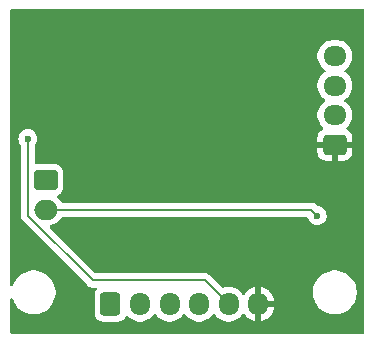
<source format=gbr>
%TF.GenerationSoftware,KiCad,Pcbnew,8.0.8*%
%TF.CreationDate,2025-02-07T05:45:52-05:00*%
%TF.ProjectId,ESP32_BluetoothModule_TerrapinRockets,45535033-325f-4426-9c75-65746f6f7468,rev?*%
%TF.SameCoordinates,Original*%
%TF.FileFunction,Copper,L2,Bot*%
%TF.FilePolarity,Positive*%
%FSLAX46Y46*%
G04 Gerber Fmt 4.6, Leading zero omitted, Abs format (unit mm)*
G04 Created by KiCad (PCBNEW 8.0.8) date 2025-02-07 05:45:52*
%MOMM*%
%LPD*%
G01*
G04 APERTURE LIST*
G04 Aperture macros list*
%AMRoundRect*
0 Rectangle with rounded corners*
0 $1 Rounding radius*
0 $2 $3 $4 $5 $6 $7 $8 $9 X,Y pos of 4 corners*
0 Add a 4 corners polygon primitive as box body*
4,1,4,$2,$3,$4,$5,$6,$7,$8,$9,$2,$3,0*
0 Add four circle primitives for the rounded corners*
1,1,$1+$1,$2,$3*
1,1,$1+$1,$4,$5*
1,1,$1+$1,$6,$7*
1,1,$1+$1,$8,$9*
0 Add four rect primitives between the rounded corners*
20,1,$1+$1,$2,$3,$4,$5,0*
20,1,$1+$1,$4,$5,$6,$7,0*
20,1,$1+$1,$6,$7,$8,$9,0*
20,1,$1+$1,$8,$9,$2,$3,0*%
G04 Aperture macros list end*
%TA.AperFunction,ComponentPad*%
%ADD10RoundRect,0.250000X0.725000X-0.600000X0.725000X0.600000X-0.725000X0.600000X-0.725000X-0.600000X0*%
%TD*%
%TA.AperFunction,ComponentPad*%
%ADD11O,1.950000X1.700000*%
%TD*%
%TA.AperFunction,ComponentPad*%
%ADD12RoundRect,0.250000X-0.750000X0.600000X-0.750000X-0.600000X0.750000X-0.600000X0.750000X0.600000X0*%
%TD*%
%TA.AperFunction,ComponentPad*%
%ADD13O,2.000000X1.700000*%
%TD*%
%TA.AperFunction,HeatsinkPad*%
%ADD14C,0.600000*%
%TD*%
%TA.AperFunction,ComponentPad*%
%ADD15RoundRect,0.250000X-0.600000X-0.725000X0.600000X-0.725000X0.600000X0.725000X-0.600000X0.725000X0*%
%TD*%
%TA.AperFunction,ComponentPad*%
%ADD16O,1.700000X1.950000*%
%TD*%
%TA.AperFunction,ViaPad*%
%ADD17C,0.600000*%
%TD*%
%TA.AperFunction,Conductor*%
%ADD18C,0.200000*%
%TD*%
G04 APERTURE END LIST*
D10*
%TO.P,J2,1,Pin_1*%
%TO.N,GND*%
X132000000Y-117000000D03*
D11*
%TO.P,J2,2,Pin_2*%
%TO.N,/RX*%
X132000000Y-114500000D03*
%TO.P,J2,3,Pin_3*%
%TO.N,/TX*%
X132000000Y-112000000D03*
%TO.P,J2,4,Pin_4*%
%TO.N,+3.3V*%
X132000000Y-109500000D03*
%TD*%
D12*
%TO.P,J1,1,Pin_1*%
%TO.N,/EN*%
X107500000Y-120000000D03*
D13*
%TO.P,J1,2,Pin_2*%
%TO.N,/IO0*%
X107500000Y-122500000D03*
%TD*%
D14*
%TO.P,U2,41,GND*%
%TO.N,GND*%
X116850000Y-113760000D03*
X116850000Y-115160000D03*
X117550000Y-113060000D03*
X117550000Y-114460000D03*
X117550000Y-115860000D03*
X118250000Y-113760000D03*
X118250000Y-115160000D03*
X118950000Y-113060000D03*
X118950000Y-114460000D03*
X118950000Y-115860000D03*
X119650000Y-113760000D03*
X119650000Y-115160000D03*
%TD*%
D15*
%TO.P,J3,1,Pin_1*%
%TO.N,+3.3V*%
X113000000Y-130500000D03*
D16*
%TO.P,J3,2,Pin_2*%
%TO.N,Net-(J3-Pin_2)*%
X115500000Y-130500000D03*
%TO.P,J3,3,Pin_3*%
%TO.N,Net-(J3-Pin_3)*%
X118000000Y-130500000D03*
%TO.P,J3,4,Pin_4*%
%TO.N,Net-(J3-Pin_4)*%
X120500000Y-130500000D03*
%TO.P,J3,5,Pin_5*%
%TO.N,Net-(J3-Pin_5)*%
X123000000Y-130500000D03*
%TO.P,J3,6,Pin_6*%
%TO.N,GND*%
X125500000Y-130500000D03*
%TD*%
D17*
%TO.N,GND*%
X126500000Y-107000000D03*
%TO.N,/IO0*%
X130500000Y-123000000D03*
%TO.N,Net-(J3-Pin_5)*%
X106000000Y-116500000D03*
%TO.N,GND*%
X105000000Y-109500000D03*
X109500000Y-113500000D03*
X113000000Y-107000000D03*
X105000000Y-107500000D03*
%TD*%
D18*
%TO.N,/IO0*%
X130000000Y-122500000D02*
X130500000Y-123000000D01*
X107500000Y-122500000D02*
X130000000Y-122500000D01*
%TO.N,Net-(J3-Pin_5)*%
X106000000Y-123000000D02*
X111500000Y-128500000D01*
X111500000Y-128500000D02*
X121000000Y-128500000D01*
X106000000Y-116500000D02*
X106000000Y-123000000D01*
X121000000Y-128500000D02*
X123000000Y-130500000D01*
%TD*%
%TA.AperFunction,Conductor*%
%TO.N,GND*%
G36*
X134442539Y-105520185D02*
G01*
X134488294Y-105572989D01*
X134499500Y-105624500D01*
X134499500Y-132875500D01*
X134479815Y-132942539D01*
X134427011Y-132988294D01*
X134375500Y-132999500D01*
X104624500Y-132999500D01*
X104557461Y-132979815D01*
X104511706Y-132927011D01*
X104500500Y-132875500D01*
X104500500Y-130129420D01*
X104520185Y-130062381D01*
X104572989Y-130016626D01*
X104642147Y-130006682D01*
X104705703Y-130035707D01*
X104742154Y-130092427D01*
X104742643Y-130092262D01*
X104743308Y-130094222D01*
X104743477Y-130094485D01*
X104743856Y-130095838D01*
X104743945Y-130096098D01*
X104790438Y-130208343D01*
X104836776Y-130320212D01*
X104958064Y-130530289D01*
X104958066Y-130530292D01*
X104958067Y-130530293D01*
X105105733Y-130722736D01*
X105105739Y-130722743D01*
X105277256Y-130894260D01*
X105277263Y-130894266D01*
X105382478Y-130975000D01*
X105469711Y-131041936D01*
X105679788Y-131163224D01*
X105903900Y-131256054D01*
X106138211Y-131318838D01*
X106297292Y-131339781D01*
X106378711Y-131350500D01*
X106378712Y-131350500D01*
X106621289Y-131350500D01*
X106669388Y-131344167D01*
X106861789Y-131318838D01*
X107096100Y-131256054D01*
X107320212Y-131163224D01*
X107530289Y-131041936D01*
X107722738Y-130894265D01*
X107894265Y-130722738D01*
X108041936Y-130530289D01*
X108163224Y-130320212D01*
X108256054Y-130096100D01*
X108318838Y-129861789D01*
X108350500Y-129621288D01*
X108350500Y-129378712D01*
X108318838Y-129138211D01*
X108256054Y-128903900D01*
X108163224Y-128679788D01*
X108041936Y-128469711D01*
X107894265Y-128277262D01*
X107894260Y-128277256D01*
X107722743Y-128105739D01*
X107722736Y-128105733D01*
X107530293Y-127958067D01*
X107530292Y-127958066D01*
X107530289Y-127958064D01*
X107320212Y-127836776D01*
X107320205Y-127836773D01*
X107096104Y-127743947D01*
X106861785Y-127681161D01*
X106621289Y-127649500D01*
X106621288Y-127649500D01*
X106378712Y-127649500D01*
X106378711Y-127649500D01*
X106138214Y-127681161D01*
X105903895Y-127743947D01*
X105679794Y-127836773D01*
X105679785Y-127836777D01*
X105469706Y-127958067D01*
X105277263Y-128105733D01*
X105277256Y-128105739D01*
X105105739Y-128277256D01*
X105105733Y-128277263D01*
X104958067Y-128469706D01*
X104836777Y-128679785D01*
X104836773Y-128679794D01*
X104743945Y-128903901D01*
X104742643Y-128907738D01*
X104741438Y-128907329D01*
X104707905Y-128962337D01*
X104645057Y-128992863D01*
X104575682Y-128984565D01*
X104521806Y-128940077D01*
X104500535Y-128873524D01*
X104500500Y-128870579D01*
X104500500Y-116499996D01*
X105194435Y-116499996D01*
X105194435Y-116500003D01*
X105214630Y-116679249D01*
X105214631Y-116679254D01*
X105274211Y-116849523D01*
X105370185Y-117002263D01*
X105372445Y-117005097D01*
X105373334Y-117007275D01*
X105373889Y-117008158D01*
X105373734Y-117008255D01*
X105398855Y-117069783D01*
X105399500Y-117082412D01*
X105399500Y-122913330D01*
X105399499Y-122913348D01*
X105399499Y-123079054D01*
X105399498Y-123079054D01*
X105440423Y-123231786D01*
X105440424Y-123231787D01*
X105466608Y-123277139D01*
X105519480Y-123368716D01*
X105519482Y-123368718D01*
X105638349Y-123487585D01*
X105638354Y-123487589D01*
X111131284Y-128980520D01*
X111131286Y-128980521D01*
X111131290Y-128980524D01*
X111207460Y-129024500D01*
X111268216Y-129059577D01*
X111420943Y-129100501D01*
X111420945Y-129100501D01*
X111586654Y-129100501D01*
X111586670Y-129100500D01*
X111713923Y-129100500D01*
X111780962Y-129120185D01*
X111826717Y-129172989D01*
X111836661Y-129242147D01*
X111811188Y-129301413D01*
X111807287Y-129306345D01*
X111715187Y-129455663D01*
X111715185Y-129455668D01*
X111710325Y-129470334D01*
X111660001Y-129622203D01*
X111660001Y-129622204D01*
X111660000Y-129622204D01*
X111649500Y-129724983D01*
X111649500Y-131275001D01*
X111649501Y-131275018D01*
X111660000Y-131377796D01*
X111660001Y-131377799D01*
X111705894Y-131516294D01*
X111715186Y-131544334D01*
X111807288Y-131693656D01*
X111931344Y-131817712D01*
X112080666Y-131909814D01*
X112247203Y-131964999D01*
X112349991Y-131975500D01*
X113650008Y-131975499D01*
X113752797Y-131964999D01*
X113919334Y-131909814D01*
X114068656Y-131817712D01*
X114192712Y-131693656D01*
X114284814Y-131544334D01*
X114284814Y-131544331D01*
X114288178Y-131538879D01*
X114340126Y-131492154D01*
X114409088Y-131480931D01*
X114473170Y-131508774D01*
X114481398Y-131516294D01*
X114620213Y-131655109D01*
X114792179Y-131780048D01*
X114792181Y-131780049D01*
X114792184Y-131780051D01*
X114981588Y-131876557D01*
X115183757Y-131942246D01*
X115393713Y-131975500D01*
X115393714Y-131975500D01*
X115606286Y-131975500D01*
X115606287Y-131975500D01*
X115816243Y-131942246D01*
X116018412Y-131876557D01*
X116207816Y-131780051D01*
X116229789Y-131764086D01*
X116379786Y-131655109D01*
X116379788Y-131655106D01*
X116379792Y-131655104D01*
X116530104Y-131504792D01*
X116649683Y-131340204D01*
X116705011Y-131297540D01*
X116774624Y-131291561D01*
X116836420Y-131324166D01*
X116850313Y-131340199D01*
X116952560Y-131480931D01*
X116969896Y-131504792D01*
X117120213Y-131655109D01*
X117292179Y-131780048D01*
X117292181Y-131780049D01*
X117292184Y-131780051D01*
X117481588Y-131876557D01*
X117683757Y-131942246D01*
X117893713Y-131975500D01*
X117893714Y-131975500D01*
X118106286Y-131975500D01*
X118106287Y-131975500D01*
X118316243Y-131942246D01*
X118518412Y-131876557D01*
X118707816Y-131780051D01*
X118729789Y-131764086D01*
X118879786Y-131655109D01*
X118879788Y-131655106D01*
X118879792Y-131655104D01*
X119030104Y-131504792D01*
X119149683Y-131340204D01*
X119205011Y-131297540D01*
X119274624Y-131291561D01*
X119336420Y-131324166D01*
X119350313Y-131340199D01*
X119452560Y-131480931D01*
X119469896Y-131504792D01*
X119620213Y-131655109D01*
X119792179Y-131780048D01*
X119792181Y-131780049D01*
X119792184Y-131780051D01*
X119981588Y-131876557D01*
X120183757Y-131942246D01*
X120393713Y-131975500D01*
X120393714Y-131975500D01*
X120606286Y-131975500D01*
X120606287Y-131975500D01*
X120816243Y-131942246D01*
X121018412Y-131876557D01*
X121207816Y-131780051D01*
X121229789Y-131764086D01*
X121379786Y-131655109D01*
X121379788Y-131655106D01*
X121379792Y-131655104D01*
X121530104Y-131504792D01*
X121649683Y-131340204D01*
X121705011Y-131297540D01*
X121774624Y-131291561D01*
X121836420Y-131324166D01*
X121850313Y-131340199D01*
X121952560Y-131480931D01*
X121969896Y-131504792D01*
X122120213Y-131655109D01*
X122292179Y-131780048D01*
X122292181Y-131780049D01*
X122292184Y-131780051D01*
X122481588Y-131876557D01*
X122683757Y-131942246D01*
X122893713Y-131975500D01*
X122893714Y-131975500D01*
X123106286Y-131975500D01*
X123106287Y-131975500D01*
X123316243Y-131942246D01*
X123518412Y-131876557D01*
X123707816Y-131780051D01*
X123729789Y-131764086D01*
X123879786Y-131655109D01*
X123879788Y-131655106D01*
X123879792Y-131655104D01*
X124030104Y-131504792D01*
X124149991Y-131339779D01*
X124205320Y-131297115D01*
X124274933Y-131291136D01*
X124336729Y-131323741D01*
X124350627Y-131339781D01*
X124470272Y-131504459D01*
X124470276Y-131504464D01*
X124620535Y-131654723D01*
X124620540Y-131654727D01*
X124792442Y-131779620D01*
X124981782Y-131876095D01*
X125183871Y-131941757D01*
X125250000Y-131952231D01*
X125250000Y-130904145D01*
X125316657Y-130942630D01*
X125437465Y-130975000D01*
X125562535Y-130975000D01*
X125683343Y-130942630D01*
X125750000Y-130904145D01*
X125750000Y-131952230D01*
X125816126Y-131941757D01*
X125816129Y-131941757D01*
X126018217Y-131876095D01*
X126207557Y-131779620D01*
X126379459Y-131654727D01*
X126379464Y-131654723D01*
X126529723Y-131504464D01*
X126529727Y-131504459D01*
X126654620Y-131332557D01*
X126751095Y-131143217D01*
X126816757Y-130941130D01*
X126816757Y-130941127D01*
X126847030Y-130750000D01*
X125904146Y-130750000D01*
X125942630Y-130683343D01*
X125975000Y-130562535D01*
X125975000Y-130437465D01*
X125942630Y-130316657D01*
X125904146Y-130250000D01*
X126847030Y-130250000D01*
X126816757Y-130058872D01*
X126816757Y-130058869D01*
X126751095Y-129856782D01*
X126654620Y-129667442D01*
X126529727Y-129495540D01*
X126529723Y-129495535D01*
X126412899Y-129378711D01*
X130149500Y-129378711D01*
X130149500Y-129621288D01*
X130181161Y-129861785D01*
X130243947Y-130096104D01*
X130290438Y-130208343D01*
X130336776Y-130320212D01*
X130458064Y-130530289D01*
X130458066Y-130530292D01*
X130458067Y-130530293D01*
X130605733Y-130722736D01*
X130605739Y-130722743D01*
X130777256Y-130894260D01*
X130777263Y-130894266D01*
X130882478Y-130975000D01*
X130969711Y-131041936D01*
X131179788Y-131163224D01*
X131403900Y-131256054D01*
X131638211Y-131318838D01*
X131797292Y-131339781D01*
X131878711Y-131350500D01*
X131878712Y-131350500D01*
X132121289Y-131350500D01*
X132169388Y-131344167D01*
X132361789Y-131318838D01*
X132596100Y-131256054D01*
X132820212Y-131163224D01*
X133030289Y-131041936D01*
X133222738Y-130894265D01*
X133394265Y-130722738D01*
X133541936Y-130530289D01*
X133663224Y-130320212D01*
X133756054Y-130096100D01*
X133818838Y-129861789D01*
X133850500Y-129621288D01*
X133850500Y-129378712D01*
X133818838Y-129138211D01*
X133756054Y-128903900D01*
X133663224Y-128679788D01*
X133541936Y-128469711D01*
X133394265Y-128277262D01*
X133394260Y-128277256D01*
X133222743Y-128105739D01*
X133222736Y-128105733D01*
X133030293Y-127958067D01*
X133030292Y-127958066D01*
X133030289Y-127958064D01*
X132820212Y-127836776D01*
X132820205Y-127836773D01*
X132596104Y-127743947D01*
X132361785Y-127681161D01*
X132121289Y-127649500D01*
X132121288Y-127649500D01*
X131878712Y-127649500D01*
X131878711Y-127649500D01*
X131638214Y-127681161D01*
X131403895Y-127743947D01*
X131179794Y-127836773D01*
X131179785Y-127836777D01*
X130969706Y-127958067D01*
X130777263Y-128105733D01*
X130777256Y-128105739D01*
X130605739Y-128277256D01*
X130605733Y-128277263D01*
X130458067Y-128469706D01*
X130336777Y-128679785D01*
X130336773Y-128679794D01*
X130243947Y-128903895D01*
X130181161Y-129138214D01*
X130149500Y-129378711D01*
X126412899Y-129378711D01*
X126379464Y-129345276D01*
X126379459Y-129345272D01*
X126207557Y-129220379D01*
X126018215Y-129123903D01*
X125816124Y-129058241D01*
X125750000Y-129047768D01*
X125750000Y-130095854D01*
X125683343Y-130057370D01*
X125562535Y-130025000D01*
X125437465Y-130025000D01*
X125316657Y-130057370D01*
X125250000Y-130095854D01*
X125250000Y-129047768D01*
X125249999Y-129047768D01*
X125183875Y-129058241D01*
X124981784Y-129123903D01*
X124792442Y-129220379D01*
X124620540Y-129345272D01*
X124620535Y-129345276D01*
X124470276Y-129495535D01*
X124470272Y-129495540D01*
X124350627Y-129660218D01*
X124295297Y-129702884D01*
X124225684Y-129708863D01*
X124163889Y-129676257D01*
X124149991Y-129660218D01*
X124030109Y-129495214D01*
X124030105Y-129495209D01*
X123879786Y-129344890D01*
X123707820Y-129219951D01*
X123518414Y-129123444D01*
X123518413Y-129123443D01*
X123518412Y-129123443D01*
X123316243Y-129057754D01*
X123316241Y-129057753D01*
X123316240Y-129057753D01*
X123154957Y-129032208D01*
X123106287Y-129024500D01*
X122893713Y-129024500D01*
X122845042Y-129032208D01*
X122683760Y-129057753D01*
X122683757Y-129057754D01*
X122547129Y-129102147D01*
X122477290Y-129104142D01*
X122421132Y-129071897D01*
X121487590Y-128138355D01*
X121487588Y-128138352D01*
X121368717Y-128019481D01*
X121368716Y-128019480D01*
X121281904Y-127969360D01*
X121281904Y-127969359D01*
X121281900Y-127969358D01*
X121231785Y-127940423D01*
X121079057Y-127899499D01*
X120920943Y-127899499D01*
X120913347Y-127899499D01*
X120913331Y-127899500D01*
X111800098Y-127899500D01*
X111733059Y-127879815D01*
X111712417Y-127863181D01*
X107879550Y-124030315D01*
X107846065Y-123968992D01*
X107851049Y-123899300D01*
X107892921Y-123843367D01*
X107947833Y-123820161D01*
X107966243Y-123817246D01*
X108168412Y-123751557D01*
X108357816Y-123655051D01*
X108392551Y-123629815D01*
X108529786Y-123530109D01*
X108529788Y-123530106D01*
X108529792Y-123530104D01*
X108680104Y-123379792D01*
X108680106Y-123379788D01*
X108680109Y-123379786D01*
X108787635Y-123231787D01*
X108805051Y-123207816D01*
X108817418Y-123183545D01*
X108825235Y-123168205D01*
X108873209Y-123117409D01*
X108935719Y-123100500D01*
X129599091Y-123100500D01*
X129666130Y-123120185D01*
X129711885Y-123172989D01*
X129716133Y-123183545D01*
X129724626Y-123207816D01*
X129774211Y-123349522D01*
X129870184Y-123502262D01*
X129997738Y-123629816D01*
X130150478Y-123725789D01*
X130224113Y-123751555D01*
X130320745Y-123785368D01*
X130320750Y-123785369D01*
X130499996Y-123805565D01*
X130500000Y-123805565D01*
X130500004Y-123805565D01*
X130679249Y-123785369D01*
X130679252Y-123785368D01*
X130679255Y-123785368D01*
X130849522Y-123725789D01*
X131002262Y-123629816D01*
X131129816Y-123502262D01*
X131225789Y-123349522D01*
X131285368Y-123179255D01*
X131292024Y-123120185D01*
X131305565Y-123000003D01*
X131305565Y-122999996D01*
X131285369Y-122820750D01*
X131285368Y-122820745D01*
X131225788Y-122650476D01*
X131129815Y-122497737D01*
X131002262Y-122370184D01*
X130849521Y-122274210D01*
X130679249Y-122214630D01*
X130592332Y-122204837D01*
X130527918Y-122177770D01*
X130518535Y-122169298D01*
X130480523Y-122131286D01*
X130480520Y-122131284D01*
X130368717Y-122019481D01*
X130368716Y-122019480D01*
X130281904Y-121969360D01*
X130281904Y-121969359D01*
X130281900Y-121969358D01*
X130231785Y-121940423D01*
X130079057Y-121899499D01*
X129920943Y-121899499D01*
X129913347Y-121899499D01*
X129913331Y-121899500D01*
X108935719Y-121899500D01*
X108868680Y-121879815D01*
X108825235Y-121831795D01*
X108805052Y-121792185D01*
X108805051Y-121792184D01*
X108680109Y-121620213D01*
X108541294Y-121481398D01*
X108507809Y-121420075D01*
X108512793Y-121350383D01*
X108554665Y-121294450D01*
X108563879Y-121288178D01*
X108569331Y-121284814D01*
X108569334Y-121284814D01*
X108718656Y-121192712D01*
X108842712Y-121068656D01*
X108934814Y-120919334D01*
X108989999Y-120752797D01*
X109000500Y-120650009D01*
X109000499Y-119349992D01*
X108989999Y-119247203D01*
X108934814Y-119080666D01*
X108842712Y-118931344D01*
X108718656Y-118807288D01*
X108569334Y-118715186D01*
X108402797Y-118660001D01*
X108402795Y-118660000D01*
X108300016Y-118649500D01*
X106724500Y-118649500D01*
X106657461Y-118629815D01*
X106611706Y-118577011D01*
X106600500Y-118525500D01*
X106600500Y-117082412D01*
X106620185Y-117015373D01*
X106627555Y-117005097D01*
X106629810Y-117002267D01*
X106629816Y-117002262D01*
X106725789Y-116849522D01*
X106785368Y-116679255D01*
X106799101Y-116557370D01*
X106805565Y-116500003D01*
X106805565Y-116499996D01*
X106785369Y-116320750D01*
X106785368Y-116320745D01*
X106725788Y-116150476D01*
X106629815Y-115997737D01*
X106502262Y-115870184D01*
X106349523Y-115774211D01*
X106179254Y-115714631D01*
X106179249Y-115714630D01*
X106000004Y-115694435D01*
X105999996Y-115694435D01*
X105820750Y-115714630D01*
X105820745Y-115714631D01*
X105650476Y-115774211D01*
X105497737Y-115870184D01*
X105370184Y-115997737D01*
X105274211Y-116150476D01*
X105214631Y-116320745D01*
X105214630Y-116320750D01*
X105194435Y-116499996D01*
X104500500Y-116499996D01*
X104500500Y-109393713D01*
X130524500Y-109393713D01*
X130524500Y-109606286D01*
X130557753Y-109816239D01*
X130623444Y-110018414D01*
X130719951Y-110207820D01*
X130844890Y-110379786D01*
X130995209Y-110530105D01*
X130995214Y-110530109D01*
X131159793Y-110649682D01*
X131202459Y-110705011D01*
X131208438Y-110774625D01*
X131175833Y-110836420D01*
X131159793Y-110850318D01*
X130995214Y-110969890D01*
X130995209Y-110969894D01*
X130844890Y-111120213D01*
X130719951Y-111292179D01*
X130623444Y-111481585D01*
X130557753Y-111683760D01*
X130524500Y-111893713D01*
X130524500Y-112106286D01*
X130557753Y-112316239D01*
X130623444Y-112518414D01*
X130719951Y-112707820D01*
X130844890Y-112879786D01*
X130995209Y-113030105D01*
X130995214Y-113030109D01*
X131159793Y-113149682D01*
X131202459Y-113205011D01*
X131208438Y-113274625D01*
X131175833Y-113336420D01*
X131159793Y-113350318D01*
X130995214Y-113469890D01*
X130995209Y-113469894D01*
X130844890Y-113620213D01*
X130719951Y-113792179D01*
X130623444Y-113981585D01*
X130557753Y-114183760D01*
X130524500Y-114393713D01*
X130524500Y-114606286D01*
X130557753Y-114816239D01*
X130623444Y-115018414D01*
X130719951Y-115207820D01*
X130844890Y-115379786D01*
X130984068Y-115518964D01*
X131017553Y-115580287D01*
X131012569Y-115649979D01*
X130970697Y-115705912D01*
X130961484Y-115712183D01*
X130806659Y-115807680D01*
X130806655Y-115807683D01*
X130682684Y-115931654D01*
X130590643Y-116080875D01*
X130590641Y-116080880D01*
X130535494Y-116247302D01*
X130535493Y-116247309D01*
X130525000Y-116350013D01*
X130525000Y-116750000D01*
X131595854Y-116750000D01*
X131557370Y-116816657D01*
X131525000Y-116937465D01*
X131525000Y-117062535D01*
X131557370Y-117183343D01*
X131595854Y-117250000D01*
X130525001Y-117250000D01*
X130525001Y-117649986D01*
X130535494Y-117752697D01*
X130590641Y-117919119D01*
X130590643Y-117919124D01*
X130682684Y-118068345D01*
X130806654Y-118192315D01*
X130955875Y-118284356D01*
X130955880Y-118284358D01*
X131122302Y-118339505D01*
X131122309Y-118339506D01*
X131225019Y-118349999D01*
X131749999Y-118349999D01*
X131750000Y-118349998D01*
X131750000Y-117404145D01*
X131816657Y-117442630D01*
X131937465Y-117475000D01*
X132062535Y-117475000D01*
X132183343Y-117442630D01*
X132250000Y-117404145D01*
X132250000Y-118349999D01*
X132774972Y-118349999D01*
X132774986Y-118349998D01*
X132877697Y-118339505D01*
X133044119Y-118284358D01*
X133044124Y-118284356D01*
X133193345Y-118192315D01*
X133317315Y-118068345D01*
X133409356Y-117919124D01*
X133409358Y-117919119D01*
X133464505Y-117752697D01*
X133464506Y-117752690D01*
X133474999Y-117649986D01*
X133475000Y-117649973D01*
X133475000Y-117250000D01*
X132404146Y-117250000D01*
X132442630Y-117183343D01*
X132475000Y-117062535D01*
X132475000Y-116937465D01*
X132442630Y-116816657D01*
X132404146Y-116750000D01*
X133474999Y-116750000D01*
X133474999Y-116350028D01*
X133474998Y-116350013D01*
X133464505Y-116247302D01*
X133409358Y-116080880D01*
X133409356Y-116080875D01*
X133317315Y-115931654D01*
X133193345Y-115807684D01*
X133038515Y-115712184D01*
X132991791Y-115660236D01*
X132980568Y-115591273D01*
X133008412Y-115527191D01*
X133015909Y-115518986D01*
X133155104Y-115379792D01*
X133280051Y-115207816D01*
X133376557Y-115018412D01*
X133442246Y-114816243D01*
X133475500Y-114606287D01*
X133475500Y-114393713D01*
X133442246Y-114183757D01*
X133376557Y-113981588D01*
X133280051Y-113792184D01*
X133280049Y-113792181D01*
X133280048Y-113792179D01*
X133155109Y-113620213D01*
X133004792Y-113469896D01*
X133004784Y-113469890D01*
X132840204Y-113350316D01*
X132797540Y-113294989D01*
X132791561Y-113225376D01*
X132824166Y-113163580D01*
X132840199Y-113149686D01*
X133004792Y-113030104D01*
X133155104Y-112879792D01*
X133155106Y-112879788D01*
X133155109Y-112879786D01*
X133280048Y-112707820D01*
X133280047Y-112707820D01*
X133280051Y-112707816D01*
X133376557Y-112518412D01*
X133442246Y-112316243D01*
X133475500Y-112106287D01*
X133475500Y-111893713D01*
X133442246Y-111683757D01*
X133376557Y-111481588D01*
X133280051Y-111292184D01*
X133280049Y-111292181D01*
X133280048Y-111292179D01*
X133155109Y-111120213D01*
X133004792Y-110969896D01*
X133004784Y-110969890D01*
X132840204Y-110850316D01*
X132797540Y-110794989D01*
X132791561Y-110725376D01*
X132824166Y-110663580D01*
X132840199Y-110649686D01*
X133004792Y-110530104D01*
X133155104Y-110379792D01*
X133155106Y-110379788D01*
X133155109Y-110379786D01*
X133280048Y-110207820D01*
X133280047Y-110207820D01*
X133280051Y-110207816D01*
X133376557Y-110018412D01*
X133442246Y-109816243D01*
X133475500Y-109606287D01*
X133475500Y-109393713D01*
X133442246Y-109183757D01*
X133376557Y-108981588D01*
X133280051Y-108792184D01*
X133280049Y-108792181D01*
X133280048Y-108792179D01*
X133155109Y-108620213D01*
X133004786Y-108469890D01*
X132832820Y-108344951D01*
X132643414Y-108248444D01*
X132643413Y-108248443D01*
X132643412Y-108248443D01*
X132441243Y-108182754D01*
X132441241Y-108182753D01*
X132441240Y-108182753D01*
X132279957Y-108157208D01*
X132231287Y-108149500D01*
X131768713Y-108149500D01*
X131720042Y-108157208D01*
X131558760Y-108182753D01*
X131356585Y-108248444D01*
X131167179Y-108344951D01*
X130995213Y-108469890D01*
X130844890Y-108620213D01*
X130719951Y-108792179D01*
X130623444Y-108981585D01*
X130557753Y-109183760D01*
X130524500Y-109393713D01*
X104500500Y-109393713D01*
X104500500Y-105624500D01*
X104520185Y-105557461D01*
X104572989Y-105511706D01*
X104624500Y-105500500D01*
X134375500Y-105500500D01*
X134442539Y-105520185D01*
G37*
%TD.AperFunction*%
%TD*%
M02*

</source>
